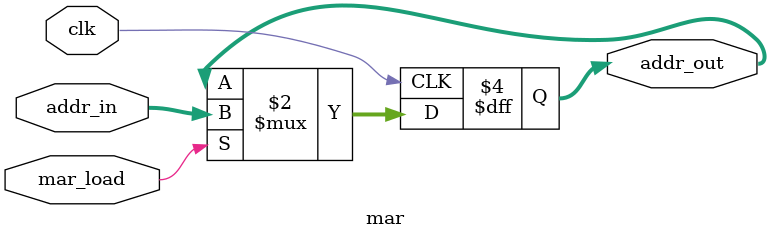
<source format=v>
`timescale 1ns/1ps
module mar(
    input clk,
    input [3:0] addr_in,
    input mar_load,
    output reg [3:0] addr_out
);
always @(posedge clk) begin
    if (mar_load)
        addr_out <= addr_in;
end
endmodule
</source>
